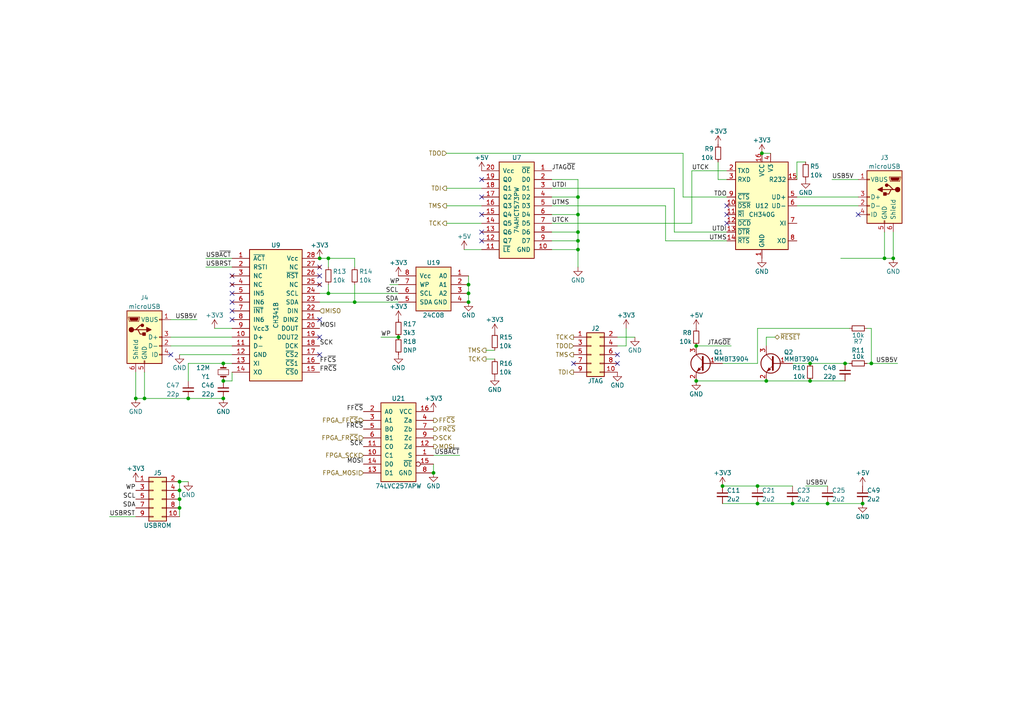
<source format=kicad_sch>
(kicad_sch (version 20230121) (generator eeschema)
  (paper "A4")
  (lib_symbols
    (symbol "Connector:USB_B_Micro" (pin_names (offset 1.016))
      (property "Reference" "J" (at -5.08 11.43 0))
      (property "Value" "USB_B_Micro" (at -5.08 8.89 0))
      (symbol "USB_B_Micro_0_1"
        (rectangle (start -5.08 -7.62) (end 5.08 7.62) (stroke (width 0.254)) (fill (type background)))
        (circle (center -3.81 2.159) (radius 0.635) (stroke (width 0.254)) (fill (type outline)))
        (circle (center -0.635 3.429) (radius 0.381) (stroke (width 0.254)) (fill (type outline)))
        (rectangle (start -0.127 -7.62) (end 0.127 -6.858))
        (polyline (pts (xy -1.905 2.159) (xy 0.635 2.159)) (stroke (width 0.254)))
        (polyline (pts (xy -3.175 2.159) (xy -2.54 2.159) (xy -1.27 3.429) (xy -0.635 3.429)) (stroke (width 0.254)))
        (polyline (pts (xy -2.54 2.159) (xy -1.905 2.159) (xy -1.27 0.889) (xy 0 0.889)) (stroke (width 0.254)))
        (polyline (pts (xy 0.635 2.794) (xy 0.635 1.524) (xy 1.905 2.159) (xy 0.635 2.794)) (stroke (width 0.254)) (fill (type outline)))
        (polyline (pts (xy -4.318 5.588) (xy -1.778 5.588) (xy -2.032 4.826) (xy -4.064 4.826) (xy -4.318 5.588)) (fill (type outline)))
        (polyline (pts (xy -4.699 5.842) (xy -4.699 5.588) (xy -4.445 4.826) (xy -4.445 4.572) (xy -1.651 4.572) (xy -1.651 4.826) (xy -1.397 5.588) (xy -1.397 5.842) (xy -4.699 5.842)))
        (rectangle (start 0.254 1.27) (end -0.508 0.508) (stroke (width 0.254)) (fill (type outline)))
        (rectangle (start 5.08 -5.207) (end 4.318 -4.953))
        (rectangle (start 5.08 -2.667) (end 4.318 -2.413))
        (rectangle (start 5.08 -0.127) (end 4.318 0.127))
        (rectangle (start 5.08 4.953) (end 4.318 5.207))
      )
      (symbol "USB_B_Micro_1_1"
        (pin power_out line (at 7.62 5.08 180) (length 2.54) (name "VBUS") (number "1"))
        (pin bidirectional line (at 7.62 -2.54 180) (length 2.54) (name "D-") (number "2"))
        (pin bidirectional line (at 7.62 0 180) (length 2.54) (name "D+") (number "3"))
        (pin passive line (at 7.62 -5.08 180) (length 2.54) (name "ID") (number "4"))
        (pin power_out line (at 0 -10.16 90) (length 2.54) (name "GND") (number "5"))
        (pin passive line (at -2.54 -10.16 90) (length 2.54) (name "Shield") (number "6"))
      )
    )
    (symbol "Connector_Generic:Conn_02x05_Odd_Even" (pin_names (offset 1.016) hide)
      (property "Reference" "J" (at 1.27 7.62 0))
      (property "Value" "Conn_02x05_Odd_Even" (at 1.27 -7.62 0))
      (symbol "Conn_02x05_Odd_Even_1_1"
        (rectangle (start -1.27 -4.953) (end 0 -5.207) (stroke (width 0.1524)))
        (rectangle (start -1.27 -2.413) (end 0 -2.667) (stroke (width 0.1524)))
        (rectangle (start -1.27 0.127) (end 0 -0.127) (stroke (width 0.1524)))
        (rectangle (start -1.27 2.667) (end 0 2.413) (stroke (width 0.1524)))
        (rectangle (start -1.27 5.207) (end 0 4.953) (stroke (width 0.1524)))
        (rectangle (start -1.27 6.35) (end 3.81 -6.35) (stroke (width 0.254)) (fill (type background)))
        (rectangle (start 3.81 -4.953) (end 2.54 -5.207) (stroke (width 0.1524)))
        (rectangle (start 3.81 -2.413) (end 2.54 -2.667) (stroke (width 0.1524)))
        (rectangle (start 3.81 0.127) (end 2.54 -0.127) (stroke (width 0.1524)))
        (rectangle (start 3.81 2.667) (end 2.54 2.413) (stroke (width 0.1524)))
        (rectangle (start 3.81 5.207) (end 2.54 4.953) (stroke (width 0.1524)))
        (pin passive line (at -5.08 5.08 0) (length 3.81) (name "Pin_1") (number "1"))
        (pin passive line (at 7.62 -5.08 180) (length 3.81) (name "Pin_10") (number "10"))
        (pin passive line (at 7.62 5.08 180) (length 3.81) (name "Pin_2") (number "2"))
        (pin passive line (at -5.08 2.54 0) (length 3.81) (name "Pin_3") (number "3"))
        (pin passive line (at 7.62 2.54 180) (length 3.81) (name "Pin_4") (number "4"))
        (pin passive line (at -5.08 0 0) (length 3.81) (name "Pin_5") (number "5"))
        (pin passive line (at 7.62 0 180) (length 3.81) (name "Pin_6") (number "6"))
        (pin passive line (at -5.08 -2.54 0) (length 3.81) (name "Pin_7") (number "7"))
        (pin passive line (at 7.62 -2.54 180) (length 3.81) (name "Pin_8") (number "8"))
        (pin passive line (at -5.08 -5.08 0) (length 3.81) (name "Pin_9") (number "9"))
      )
    )
    (symbol "Device:C_Small" (pin_numbers hide) (pin_names (offset 0.254) hide)
      (property "Reference" "C" (at 0.254 1.778 0))
      (property "Value" "C_Small" (at 0.254 -2.032 0))
      (symbol "C_Small_0_1"
        (polyline (pts (xy -1.524 -0.508) (xy 1.524 -0.508)) (stroke (width 0.3302)))
        (polyline (pts (xy -1.524 0.508) (xy 1.524 0.508)) (stroke (width 0.3048)))
      )
      (symbol "C_Small_1_1"
        (pin passive line (at 0 2.54 270) (length 2.032) (name "~") (number "1"))
        (pin passive line (at 0 -2.54 90) (length 2.032) (name "~") (number "2"))
      )
    )
    (symbol "Device:Crystal_Small" (pin_numbers hide) (pin_names (offset 1.016) hide)
      (property "Reference" "Y" (at 0 2.54 0))
      (property "Value" "Crystal_Small" (at 0 -2.54 0))
      (symbol "Crystal_Small_0_1"
        (rectangle (start -0.762 -1.524) (end 0.762 1.524))
        (polyline (pts (xy -1.27 -0.762) (xy -1.27 0.762)) (stroke (width 0.381)))
        (polyline (pts (xy 1.27 -0.762) (xy 1.27 0.762)) (stroke (width 0.381)))
      )
      (symbol "Crystal_Small_1_1"
        (pin passive line (at -2.54 0 0) (length 1.27) (name "1") (number "1"))
        (pin passive line (at 2.54 0 180) (length 1.27) (name "2") (number "2"))
      )
    )
    (symbol "Device:R_Small" (pin_numbers hide) (pin_names (offset 0.254) hide)
      (property "Reference" "R" (at 0.762 0.508 0))
      (property "Value" "R_Small" (at 0.762 -1.016 0))
      (symbol "R_Small_0_1"
        (rectangle (start -0.762 1.778) (end 0.762 -1.778) (stroke (width 0.2032)))
      )
      (symbol "R_Small_1_1"
        (pin passive line (at 0 2.54 270) (length 0.762) (name "~") (number "1"))
        (pin passive line (at 0 -2.54 90) (length 0.762) (name "~") (number "2"))
      )
    )
    (symbol "GW_Digital:CH341B" (pin_names (offset 1.016))
      (property "Reference" "U" (at 0 20.32 0))
      (property "Value" "CH341B" (at 0 0 90))
      (symbol "CH341B_0_1"
        (rectangle (start -7.62 19.05) (end 7.62 -19.05) (stroke (width 0.254)) (fill (type background)))
      )
      (symbol "CH341B_1_0"
        (pin output line (at -12.7 16.51 0) (length 5.08) (name "~{ACT}") (number "1"))
        (pin bidirectional line (at -12.7 -6.35 0) (length 5.08) (name "D+") (number "10"))
        (pin bidirectional line (at -12.7 -8.89 0) (length 5.08) (name "D-") (number "11"))
        (pin power_in line (at -12.7 -11.43 0) (length 5.08) (name "GND") (number "12"))
        (pin input line (at -12.7 -13.97 0) (length 5.08) (name "XI") (number "13"))
        (pin output line (at -12.7 -16.51 0) (length 5.08) (name "XO") (number "14"))
        (pin output line (at 12.7 -16.51 180) (length 5.08) (name "~{CS}0") (number "15"))
        (pin output line (at 12.7 -13.97 180) (length 5.08) (name "~{CS}1") (number "16"))
        (pin output line (at 12.7 -11.43 180) (length 5.08) (name "~{CS}2") (number "17"))
        (pin output line (at 12.7 -8.89 180) (length 5.08) (name "DCK") (number "18"))
        (pin output line (at 12.7 -6.35 180) (length 5.08) (name "DOUT2") (number "19"))
        (pin input line (at -12.7 13.97 0) (length 5.08) (name "RSTI") (number "2"))
        (pin output line (at 12.7 -3.81 180) (length 5.08) (name "DOUT") (number "20"))
        (pin output line (at 12.7 -1.27 180) (length 5.08) (name "DIN2") (number "21"))
        (pin output line (at 12.7 1.27 180) (length 5.08) (name "DIN") (number "22"))
        (pin input line (at 12.7 3.81 180) (length 5.08) (name "SDA") (number "23"))
        (pin input line (at 12.7 6.35 180) (length 5.08) (name "SCL") (number "24"))
        (pin no_connect line (at 12.7 8.89 180) (length 5.08) (name "NC") (number "25"))
        (pin output line (at 12.7 11.43 180) (length 5.08) (name "~{RST}") (number "26"))
        (pin no_connect line (at 12.7 13.97 180) (length 5.08) (name "NC") (number "27"))
        (pin power_in line (at 12.7 16.51 180) (length 5.08) (name "Vcc") (number "28"))
        (pin no_connect line (at -12.7 11.43 0) (length 5.08) (name "NC") (number "3"))
        (pin no_connect line (at -12.7 8.89 0) (length 5.08) (name "NC") (number "4"))
        (pin input line (at -12.7 6.35 0) (length 5.08) (name "IN5") (number "5"))
        (pin input line (at -12.7 3.81 0) (length 5.08) (name "IN6") (number "6"))
        (pin input line (at -12.7 1.27 0) (length 5.08) (name "~{INT}") (number "7"))
        (pin input line (at -12.7 -1.27 0) (length 5.08) (name "IN6") (number "8"))
        (pin power_in line (at -12.7 -3.81 0) (length 5.08) (name "Vcc3") (number "9"))
      )
    )
    (symbol "GW_Logic:74257" (pin_names (offset 1.016))
      (property "Reference" "U" (at -7.62 12.7 0))
      (property "Value" "74257" (at 0 0 90))
      (symbol "74257_1_0"
        (pin input line (at 10.16 -3.81 180) (length 5.08) (name "S") (number "1"))
        (pin input line (at -10.16 -3.81 0) (length 5.08) (name "C1") (number "10"))
        (pin input line (at -10.16 -1.27 0) (length 5.08) (name "C0") (number "11"))
        (pin output line (at 10.16 -1.27 180) (length 5.08) (name "Zd") (number "12"))
        (pin input line (at -10.16 -8.89 0) (length 5.08) (name "D1") (number "13"))
        (pin input line (at -10.16 -6.35 0) (length 5.08) (name "D0") (number "14"))
        (pin input inverted (at 10.16 -6.35 180) (length 5.08) (name "~{OE}") (number "15"))
        (pin power_in line (at 10.16 8.89 180) (length 5.08) (name "VCC") (number "16"))
        (pin input line (at -10.16 8.89 0) (length 5.08) (name "A0") (number "2"))
        (pin input line (at -10.16 6.35 0) (length 5.08) (name "A1") (number "3"))
        (pin output line (at 10.16 6.35 180) (length 5.08) (name "Za") (number "4"))
        (pin input line (at -10.16 3.81 0) (length 5.08) (name "B0") (number "5"))
        (pin input line (at -10.16 1.27 0) (length 5.08) (name "B1") (number "6"))
        (pin output line (at 10.16 3.81 180) (length 5.08) (name "Zb") (number "7"))
        (pin power_in line (at 10.16 -8.89 180) (length 5.08) (name "GND") (number "8"))
        (pin output line (at 10.16 1.27 180) (length 5.08) (name "Zc") (number "9"))
      )
      (symbol "74257_1_1"
        (rectangle (start -5.08 11.43) (end 5.08 -11.43) (stroke (width 0.254)) (fill (type background)))
      )
    )
    (symbol "GW_Logic:74573" (pin_names (offset 1.016))
      (property "Reference" "U" (at 0 15.24 0))
      (property "Value" "74573" (at 0 -15.24 0))
      (symbol "74573_0_1"
        (rectangle (start -5.08 13.97) (end 5.08 -13.97) (stroke (width 0.254)) (fill (type background)))
      )
      (symbol "74573_1_1"
        (pin input line (at -10.16 11.43 0) (length 5.08) (name "~{OE}") (number "1"))
        (pin power_in line (at -10.16 -11.43 0) (length 5.08) (name "GND") (number "10"))
        (pin input line (at 10.16 -11.43 180) (length 5.08) (name "~{LE}") (number "11"))
        (pin tri_state line (at 10.16 -8.89 180) (length 5.08) (name "Q7") (number "12"))
        (pin tri_state line (at 10.16 -6.35 180) (length 5.08) (name "Q6") (number "13"))
        (pin tri_state line (at 10.16 -3.81 180) (length 5.08) (name "Q5") (number "14"))
        (pin tri_state line (at 10.16 -1.27 180) (length 5.08) (name "Q4") (number "15"))
        (pin tri_state line (at 10.16 1.27 180) (length 5.08) (name "Q3") (number "16"))
        (pin tri_state line (at 10.16 3.81 180) (length 5.08) (name "Q2") (number "17"))
        (pin tri_state line (at 10.16 6.35 180) (length 5.08) (name "Q1") (number "18"))
        (pin tri_state line (at 10.16 8.89 180) (length 5.08) (name "Q0") (number "19"))
        (pin input line (at -10.16 8.89 0) (length 5.08) (name "D0") (number "2"))
        (pin power_in line (at 10.16 11.43 180) (length 5.08) (name "Vcc") (number "20"))
        (pin input line (at -10.16 6.35 0) (length 5.08) (name "D1") (number "3"))
        (pin input line (at -10.16 3.81 0) (length 5.08) (name "D2") (number "4"))
        (pin input line (at -10.16 1.27 0) (length 5.08) (name "D3") (number "5"))
        (pin input line (at -10.16 -1.27 0) (length 5.08) (name "D4") (number "6"))
        (pin input line (at -10.16 -3.81 0) (length 5.08) (name "D5") (number "7"))
        (pin input line (at -10.16 -6.35 0) (length 5.08) (name "D6") (number "8"))
        (pin input line (at -10.16 -8.89 0) (length 5.08) (name "D7") (number "9"))
      )
    )
    (symbol "GW_RAM:I2CEEPROM-SO-8" (pin_names (offset 1.016))
      (property "Reference" "U" (at 0 7.62 0))
      (property "Value" "I2CEEPROM-SO-8" (at 0 -7.62 0))
      (symbol "I2CEEPROM-SO-8_0_1"
        (rectangle (start -5.08 6.35) (end 5.08 -6.35) (stroke (width 0.254)) (fill (type background)))
      )
      (symbol "I2CEEPROM-SO-8_1_1"
        (pin input line (at -10.16 3.81 0) (length 5.08) (name "A0") (number "1"))
        (pin input line (at -10.16 1.27 0) (length 5.08) (name "A1") (number "2"))
        (pin input line (at -10.16 -1.27 0) (length 5.08) (name "A2") (number "3"))
        (pin power_in line (at -10.16 -3.81 0) (length 5.08) (name "GND") (number "4"))
        (pin open_collector line (at 10.16 -3.81 180) (length 5.08) (name "SDA") (number "5"))
        (pin input line (at 10.16 -1.27 180) (length 5.08) (name "SCL") (number "6"))
        (pin input line (at 10.16 1.27 180) (length 5.08) (name "WP") (number "7"))
        (pin power_in line (at 10.16 3.81 180) (length 5.08) (name "Vcc") (number "8"))
      )
    )
    (symbol "Interface_USB:CH340G"
      (property "Reference" "U" (at -5.08 13.97 0))
      (property "Value" "CH340G" (at 1.27 13.97 0))
      (symbol "CH340G_0_1"
        (rectangle (start -7.62 12.7) (end 7.62 -12.7) (stroke (width 0.254)) (fill (type background)))
      )
      (symbol "CH340G_1_1"
        (pin power_in line (at 0 -15.24 90) (length 2.54) (name "GND") (number "1"))
        (pin input line (at 10.16 0 180) (length 2.54) (name "~{DSR}") (number "10"))
        (pin input line (at 10.16 -2.54 180) (length 2.54) (name "~{RI}") (number "11"))
        (pin input line (at 10.16 -5.08 180) (length 2.54) (name "~{DCD}") (number "12"))
        (pin output line (at 10.16 -7.62 180) (length 2.54) (name "~{DTR}") (number "13"))
        (pin output line (at 10.16 -10.16 180) (length 2.54) (name "~{RTS}") (number "14"))
        (pin input line (at -10.16 7.62 0) (length 2.54) (name "R232") (number "15"))
        (pin power_in line (at 0 15.24 270) (length 2.54) (name "VCC") (number "16"))
        (pin output line (at 10.16 10.16 180) (length 2.54) (name "TXD") (number "2"))
        (pin input line (at 10.16 7.62 180) (length 2.54) (name "RXD") (number "3"))
        (pin passive line (at -2.54 15.24 270) (length 2.54) (name "V3") (number "4"))
        (pin bidirectional line (at -10.16 2.54 0) (length 2.54) (name "UD+") (number "5"))
        (pin bidirectional line (at -10.16 0 0) (length 2.54) (name "UD-") (number "6"))
        (pin input line (at -10.16 -5.08 0) (length 2.54) (name "XI") (number "7"))
        (pin output line (at -10.16 -10.16 0) (length 2.54) (name "XO") (number "8"))
        (pin input line (at 10.16 2.54 180) (length 2.54) (name "~{CTS}") (number "9"))
      )
    )
    (symbol "Transistor_BJT:MMBT3904" (pin_names (offset 0) hide)
      (property "Reference" "Q" (at 5.08 1.905 0))
      (property "Value" "MMBT3904" (at 5.08 0 0))
      (symbol "MMBT3904_0_1"
        (polyline (pts (xy 0.635 0.635) (xy 2.54 2.54)))
        (polyline (pts (xy 0.635 -0.635) (xy 2.54 -2.54) (xy 2.54 -2.54)))
        (polyline (pts (xy 0.635 1.905) (xy 0.635 -1.905) (xy 0.635 -1.905)) (stroke (width 0.508)))
        (polyline (pts (xy 1.27 -1.778) (xy 1.778 -1.27) (xy 2.286 -2.286) (xy 1.27 -1.778) (xy 1.27 -1.778)) (fill (type outline)))
        (circle (center 1.27 0) (radius 2.8194) (stroke (width 0.254)))
      )
      (symbol "MMBT3904_1_1"
        (pin input line (at -5.08 0 0) (length 5.715) (name "B") (number "1"))
        (pin passive line (at 2.54 -5.08 90) (length 2.54) (name "E") (number "2"))
        (pin passive line (at 2.54 5.08 270) (length 2.54) (name "C") (number "3"))
      )
    )
    (symbol "power:+3V3" (power) (pin_names (offset 0))
      (property "Value" "+3V3" (at 0 3.556 0))
      (symbol "+3V3_0_1"
        (polyline (pts (xy -0.762 1.27) (xy 0 2.54)))
        (polyline (pts (xy 0 0) (xy 0 2.54)))
        (polyline (pts (xy 0 2.54) (xy 0.762 1.27)))
      )
      (symbol "+3V3_1_1"
        (pin power_in line (at 0 0 90) (length 0) hide (name "+3V3") (number "1"))
      )
    )
    (symbol "power:+5V" (power) (pin_names (offset 0))
      (property "Value" "+5V" (at 0 3.556 0))
      (symbol "+5V_0_1"
        (polyline (pts (xy -0.762 1.27) (xy 0 2.54)))
        (polyline (pts (xy 0 0) (xy 0 2.54)))
        (polyline (pts (xy 0 2.54) (xy 0.762 1.27)))
      )
      (symbol "+5V_1_1"
        (pin power_in line (at 0 0 90) (length 0) hide (name "+5V") (number "1"))
      )
    )
    (symbol "power:GND" (power) (pin_names (offset 0))
      (property "Value" "GND" (at 0 -3.81 0))
      (symbol "GND_0_1"
        (polyline (pts (xy 0 0) (xy 0 -1.27) (xy 1.27 -1.27) (xy 0 -2.54) (xy -1.27 -1.27) (xy 0 -1.27)))
      )
      (symbol "GND_1_1"
        (pin power_in line (at 0 0 270) (length 0) hide (name "GND") (number "1"))
      )
    )
  )
  (junction (at 95.25 74.93))
  (junction (at 115.57 97.79))
  (junction (at 135.89 82.55))
  (junction (at 102.87 87.63))
  (junction (at 52.07 139.7))
  (junction (at 220.98 44.45))
  (junction (at 259.08 74.93))
  (junction (at 222.25 110.49))
  (junction (at 229.87 146.05))
  (junction (at 52.07 142.24))
  (junction (at 39.37 115.57))
  (junction (at 250.19 146.05))
  (junction (at 167.64 62.23))
  (junction (at 64.77 110.49))
  (junction (at 167.64 67.31))
  (junction (at 167.64 57.15))
  (junction (at 64.77 105.41))
  (junction (at 209.55 140.97))
  (junction (at 167.64 72.39))
  (junction (at 54.61 115.57))
  (junction (at 252.73 105.41))
  (junction (at 92.71 74.93))
  (junction (at 201.93 110.49))
  (junction (at 201.93 100.33))
  (junction (at 95.25 85.09))
  (junction (at 234.95 105.41))
  (junction (at 41.91 115.57))
  (junction (at 234.95 110.49))
  (junction (at 240.03 146.05))
  (junction (at 125.73 137.16))
  (junction (at 64.77 115.57))
  (junction (at 135.89 85.09))
  (junction (at 52.07 144.78))
  (junction (at 52.07 147.32))
  (junction (at 219.71 146.05))
  (junction (at 245.11 105.41))
  (junction (at 256.54 74.93))
  (junction (at 135.89 87.63))
  (junction (at 219.71 140.97))
  (junction (at 167.64 69.85))
  (no_connect (at 139.7 52.07))
  (no_connect (at 67.31 85.09))
  (no_connect (at 139.7 57.15))
  (no_connect (at 67.31 87.63))
  (no_connect (at 210.82 64.77))
  (no_connect (at 92.71 102.87))
  (no_connect (at 210.82 62.23))
  (no_connect (at 210.82 59.69))
  (no_connect (at 179.07 105.41))
  (no_connect (at 139.7 69.85))
  (no_connect (at 92.71 92.71))
  (no_connect (at 92.71 82.55))
  (no_connect (at 67.31 80.01))
  (no_connect (at 92.71 97.79))
  (no_connect (at 248.92 62.23))
  (no_connect (at 67.31 90.17))
  (no_connect (at 67.31 92.71))
  (no_connect (at 166.37 105.41))
  (no_connect (at 179.07 102.87))
  (no_connect (at 49.53 102.87))
  (no_connect (at 139.7 62.23))
  (no_connect (at 92.71 80.01))
  (no_connect (at 67.31 82.55))
  (no_connect (at 139.7 67.31))
  (no_connect (at 92.71 77.47))
  (wire (pts (xy 219.71 95.25) (xy 246.38 95.25)))
  (wire (pts (xy 95.25 74.93) (xy 102.87 74.93)))
  (wire (pts (xy 92.71 85.09) (xy 95.25 85.09)))
  (wire (pts (xy 41.91 107.95) (xy 41.91 115.57)))
  (wire (pts (xy 234.95 105.41) (xy 245.11 105.41)))
  (wire (pts (xy 160.02 69.85) (xy 167.64 69.85)))
  (wire (pts (xy 64.77 105.41) (xy 67.31 105.41)))
  (wire (pts (xy 52.07 139.7) (xy 54.61 139.7)))
  (wire (pts (xy 52.07 144.78) (xy 52.07 142.24)))
  (wire (pts (xy 135.89 85.09) (xy 135.89 87.63)))
  (wire (pts (xy 54.61 105.41) (xy 54.61 110.49)))
  (wire (pts (xy 179.07 97.79) (xy 184.15 97.79)))
  (wire (pts (xy 167.64 72.39) (xy 167.64 77.47)))
  (wire (pts (xy 139.7 64.77) (xy 129.54 64.77)))
  (wire (pts (xy 222.25 97.79) (xy 222.25 100.33)))
  (wire (pts (xy 160.02 72.39) (xy 167.64 72.39)))
  (wire (pts (xy 231.14 59.69) (xy 248.92 59.69)))
  (wire (pts (xy 219.71 105.41) (xy 209.55 105.41)))
  (wire (pts (xy 252.73 95.25) (xy 252.73 105.41)))
  (wire (pts (xy 67.31 110.49) (xy 64.77 110.49)))
  (wire (pts (xy 135.89 82.55) (xy 135.89 85.09)))
  (wire (pts (xy 167.64 62.23) (xy 167.64 57.15)))
  (wire (pts (xy 59.69 74.93) (xy 67.31 74.93)))
  (wire (pts (xy 64.77 115.57) (xy 54.61 115.57)))
  (wire (pts (xy 209.55 140.97) (xy 219.71 140.97)))
  (wire (pts (xy 229.87 140.97) (xy 219.71 140.97)))
  (wire (pts (xy 54.61 105.41) (xy 64.77 105.41)))
  (wire (pts (xy 198.12 44.45) (xy 198.12 57.15)))
  (wire (pts (xy 167.64 52.07) (xy 160.02 52.07)))
  (wire (pts (xy 92.71 87.63) (xy 102.87 87.63)))
  (wire (pts (xy 139.7 59.69) (xy 129.54 59.69)))
  (wire (pts (xy 179.07 100.33) (xy 181.61 100.33)))
  (wire (pts (xy 229.87 105.41) (xy 234.95 105.41)))
  (wire (pts (xy 143.51 101.6) (xy 140.97 101.6)))
  (wire (pts (xy 210.82 69.85) (xy 193.04 69.85)))
  (wire (pts (xy 200.66 64.77) (xy 200.66 49.53)))
  (wire (pts (xy 222.25 110.49) (xy 234.95 110.49)))
  (wire (pts (xy 181.61 100.33) (xy 181.61 95.25)))
  (wire (pts (xy 95.25 74.93) (xy 95.25 77.47)))
  (wire (pts (xy 95.25 85.09) (xy 115.57 85.09)))
  (wire (pts (xy 102.87 82.55) (xy 102.87 87.63)))
  (wire (pts (xy 201.93 100.33) (xy 212.09 100.33)))
  (wire (pts (xy 102.87 74.93) (xy 102.87 77.47)))
  (wire (pts (xy 125.73 132.08) (xy 133.35 132.08)))
  (wire (pts (xy 259.08 67.31) (xy 259.08 74.93)))
  (wire (pts (xy 251.46 95.25) (xy 252.73 95.25)))
  (wire (pts (xy 240.03 140.97) (xy 233.68 140.97)))
  (wire (pts (xy 195.58 54.61) (xy 195.58 67.31)))
  (wire (pts (xy 167.64 57.15) (xy 167.64 52.07)))
  (wire (pts (xy 195.58 67.31) (xy 210.82 67.31)))
  (wire (pts (xy 140.97 104.14) (xy 143.51 104.14)))
  (wire (pts (xy 219.71 146.05) (xy 229.87 146.05)))
  (wire (pts (xy 139.7 54.61) (xy 129.54 54.61)))
  (wire (pts (xy 160.02 64.77) (xy 200.66 64.77)))
  (wire (pts (xy 110.49 97.79) (xy 115.57 97.79)))
  (wire (pts (xy 256.54 67.31) (xy 256.54 74.93)))
  (wire (pts (xy 251.46 105.41) (xy 252.73 105.41)))
  (wire (pts (xy 243.84 74.93) (xy 256.54 74.93)))
  (wire (pts (xy 92.71 74.93) (xy 95.25 74.93)))
  (wire (pts (xy 113.03 82.55) (xy 115.57 82.55)))
  (wire (pts (xy 102.87 87.63) (xy 115.57 87.63)))
  (wire (pts (xy 167.64 67.31) (xy 167.64 62.23)))
  (wire (pts (xy 52.07 102.87) (xy 67.31 102.87)))
  (wire (pts (xy 259.08 74.93) (xy 256.54 74.93)))
  (wire (pts (xy 219.71 146.05) (xy 209.55 146.05)))
  (wire (pts (xy 67.31 107.95) (xy 67.31 110.49)))
  (wire (pts (xy 241.3 52.07) (xy 248.92 52.07)))
  (wire (pts (xy 223.52 44.45) (xy 220.98 44.45)))
  (wire (pts (xy 39.37 115.57) (xy 41.91 115.57)))
  (wire (pts (xy 160.02 54.61) (xy 195.58 54.61)))
  (wire (pts (xy 201.93 110.49) (xy 222.25 110.49)))
  (wire (pts (xy 160.02 59.69) (xy 193.04 59.69)))
  (wire (pts (xy 193.04 59.69) (xy 193.04 69.85)))
  (wire (pts (xy 198.12 57.15) (xy 210.82 57.15)))
  (wire (pts (xy 245.11 105.41) (xy 246.38 105.41)))
  (wire (pts (xy 229.87 146.05) (xy 240.03 146.05)))
  (wire (pts (xy 129.54 44.45) (xy 198.12 44.45)))
  (wire (pts (xy 52.07 147.32) (xy 52.07 149.86)))
  (wire (pts (xy 231.14 52.07) (xy 231.14 46.99)))
  (wire (pts (xy 57.15 92.71) (xy 49.53 92.71)))
  (wire (pts (xy 234.95 110.49) (xy 245.11 110.49)))
  (wire (pts (xy 59.69 77.47) (xy 67.31 77.47)))
  (wire (pts (xy 160.02 62.23) (xy 167.64 62.23)))
  (wire (pts (xy 252.73 105.41) (xy 260.35 105.41)))
  (wire (pts (xy 49.53 97.79) (xy 67.31 97.79)))
  (wire (pts (xy 240.03 146.05) (xy 250.19 146.05)))
  (wire (pts (xy 67.31 100.33) (xy 49.53 100.33)))
  (wire (pts (xy 125.73 134.62) (xy 125.73 137.16)))
  (wire (pts (xy 248.92 57.15) (xy 231.14 57.15)))
  (wire (pts (xy 95.25 82.55) (xy 95.25 85.09)))
  (wire (pts (xy 208.28 46.99) (xy 208.28 52.07)))
  (wire (pts (xy 135.89 80.01) (xy 135.89 82.55)))
  (wire (pts (xy 31.75 149.86) (xy 39.37 149.86)))
  (wire (pts (xy 231.14 46.99) (xy 233.68 46.99)))
  (wire (pts (xy 224.79 97.79) (xy 222.25 97.79)))
  (wire (pts (xy 39.37 107.95) (xy 39.37 115.57)))
  (wire (pts (xy 167.64 69.85) (xy 167.64 67.31)))
  (wire (pts (xy 160.02 57.15) (xy 167.64 57.15)))
  (wire (pts (xy 167.64 69.85) (xy 167.64 72.39)))
  (wire (pts (xy 134.62 72.39) (xy 139.7 72.39)))
  (wire (pts (xy 208.28 52.07) (xy 210.82 52.07)))
  (wire (pts (xy 219.71 95.25) (xy 219.71 105.41)))
  (wire (pts (xy 52.07 144.78) (xy 52.07 147.32)))
  (wire (pts (xy 62.23 95.25) (xy 67.31 95.25)))
  (wire (pts (xy 52.07 142.24) (xy 52.07 139.7)))
  (wire (pts (xy 54.61 115.57) (xy 41.91 115.57)))
  (wire (pts (xy 167.64 67.31) (xy 160.02 67.31)))
  (wire (pts (xy 210.82 49.53) (xy 200.66 49.53)))
  (label "USB5V" (at 260.35 105.41 180))
  (label "SCK" (at 92.71 100.33 0))
  (label "SDA" (at 39.37 147.32 180))
  (label "UTDI" (at 160.02 54.61 0))
  (label "JTAG~{OE}" (at 160.02 49.53 0))
  (label "UTMS" (at 160.02 59.69 0))
  (label "USB5V" (at 241.3 52.07 0))
  (label "UTMS" (at 210.82 69.85 180))
  (label "JTAG~{OE}" (at 212.09 100.33 180))
  (label "TDO" (at 210.82 57.15 180))
  (label "SCK" (at 105.41 129.54 180))
  (label "USB~{ACT}" (at 133.35 132.08 180))
  (label "MOSI" (at 105.41 134.62 180))
  (label "MOSI" (at 92.71 95.25 0))
  (label "FF~{CS}" (at 105.41 119.38 180))
  (label "FR~{CS}" (at 92.71 107.95 0))
  (label "UTDI" (at 210.82 67.31 180))
  (label "UTCK" (at 160.02 64.77 0))
  (label "UTCK" (at 200.66 49.53 0))
  (label "WP" (at 39.37 142.24 180))
  (label "FF~{CS}" (at 92.71 105.41 0))
  (label "USB5V" (at 57.15 92.71 180))
  (label "SCL" (at 39.37 144.78 180))
  (label "USB5V" (at 233.68 140.97 0))
  (label "USBRST" (at 59.69 77.47 0))
  (label "WP" (at 110.49 97.79 0))
  (label "WP" (at 113.03 82.55 0))
  (label "SCL" (at 115.57 85.09 180))
  (label "USB~{ACT}" (at 59.69 74.93 0))
  (label "USBRST" (at 31.75 149.86 0))
  (label "SDA" (at 115.57 87.63 180))
  (label "FR~{CS}" (at 105.41 124.46 180))
  (hierarchical_label "FPGA_MOSI" (shape input) (at 105.41 137.16 180))
  (hierarchical_label "TCK" (shape output) (at 166.37 97.79 180))
  (hierarchical_label "TCK" (shape output) (at 140.97 104.14 180))
  (hierarchical_label "TMS" (shape output) (at 140.97 101.6 180))
  (hierarchical_label "~{RESET}" (shape tri_state) (at 224.79 97.79 0))
  (hierarchical_label "SCK" (shape output) (at 125.73 127 0))
  (hierarchical_label "FPGA_FF~{CS}" (shape input) (at 105.41 121.92 180))
  (hierarchical_label "FF~{CS}" (shape output) (at 125.73 121.92 0))
  (hierarchical_label "TDI" (shape output) (at 166.37 107.95 180))
  (hierarchical_label "TMS" (shape output) (at 166.37 102.87 180))
  (hierarchical_label "FR~{CS}" (shape output) (at 125.73 124.46 0))
  (hierarchical_label "TCK" (shape output) (at 129.54 64.77 180))
  (hierarchical_label "TMS" (shape output) (at 129.54 59.69 180))
  (hierarchical_label "FPGA_SCK" (shape input) (at 105.41 132.08 180))
  (hierarchical_label "MISO" (shape input) (at 92.71 90.17 0))
  (hierarchical_label "TDI" (shape output) (at 129.54 54.61 180))
  (hierarchical_label "TDO" (shape input) (at 166.37 100.33 180))
  (hierarchical_label "TDO" (shape input) (at 129.54 44.45 180))
  (hierarchical_label "MOSI" (shape output) (at 125.73 129.54 0))
  (hierarchical_label "FPGA_FR~{CS}" (shape input) (at 105.41 127 180))
  (symbol (lib_id "Device:Crystal_Small") (at 64.77 107.95 90) (unit 1)
    (property "Reference" "Y1" (at 60.96 109.22 90) (effects (justify left)))
    (property "Value" "12M" (at 60.96 106.68 90) (effects (justify left)))
    (property "Footprint" "stdpads:Crystal_HC49-SMD" (effects hide))
    (property "LCSC Part" "C111117" (effects hide))
  )
  (symbol (lib_id "Connector_Generic:Conn_02x05_Odd_Even") (at 171.45 102.87 0) (unit 1)
    (property "Reference" "J2" (at 172.72 95.25 0))
    (property "Value" "JTAG" (at 172.72 110.49 0))
    (property "Footprint" "Connector:Tag-Connect_TC2050-IDC-FP_2x05_P1.27mm_Vertical" (effects hide))
  )
  (symbol (lib_id "power:+3V3") (at 181.61 95.25 0) (unit 1)
    (property "Reference" "#PWR0128" (effects hide))
    (property "Value" "+3V3" (at 181.61 91.44 0))
  )
  (symbol (lib_id "Interface_USB:CH340G") (at 220.98 59.69 0) (mirror y) (unit 1)
    (property "Reference" "U12" (at 220.98 59.69 0))
    (property "Value" "CH340G" (at 220.98 62.23 0))
    (property "Footprint" "stdpads:SOIC-16_3.9mm" (effects hide))
    (property "Datasheet" "http://www.datasheet5.com/pdf-local-2195953" (effects hide))
    (property "LCSC Part" "C14267" (effects hide))
  )
  (symbol (lib_id "power:GND") (at 233.68 52.07 0) (mirror y) (unit 1)
    (property "Reference" "#PWR0164" (effects hide))
    (property "Value" "GND" (at 233.68 55.88 0))
  )
  (symbol (lib_id "power:+3V3") (at 209.55 140.97 0) (unit 1)
    (property "Reference" "#PWR0202" (effects hide))
    (property "Value" "+3V3" (at 209.55 137.16 0))
  )
  (symbol (lib_id "Device:C_Small") (at 209.55 143.51 0) (unit 1)
    (property "Reference" "C11" (at 210.82 142.24 0) (effects (justify left)))
    (property "Value" "2u2" (at 210.82 144.78 0) (effects (justify left)))
    (property "Footprint" "stdpads:C_0603" (effects hide))
    (property "LCSC Part" "C23630" (effects hide))
  )
  (symbol (lib_id "Device:C_Small") (at 219.71 143.51 0) (unit 1)
    (property "Reference" "C21" (at 220.98 142.24 0) (effects (justify left)))
    (property "Value" "2u2" (at 220.98 144.78 0) (effects (justify left)))
    (property "Footprint" "stdpads:C_0603" (effects hide))
    (property "LCSC Part" "C23630" (effects hide))
  )
  (symbol (lib_id "Device:C_Small") (at 229.87 143.51 0) (unit 1)
    (property "Reference" "C23" (at 231.14 142.24 0) (effects (justify left)))
    (property "Value" "2u2" (at 231.14 144.78 0) (effects (justify left)))
    (property "Footprint" "stdpads:C_0603" (effects hide))
    (property "LCSC Part" "C23630" (effects hide))
  )
  (symbol (lib_id "Device:C_Small") (at 240.03 143.51 0) (unit 1)
    (property "Reference" "C25" (at 241.3 142.24 0) (effects (justify left)))
    (property "Value" "2u2" (at 241.3 144.78 0) (effects (justify left)))
    (property "Footprint" "stdpads:C_0603" (effects hide))
    (property "LCSC Part" "C23630" (effects hide))
  )
  (symbol (lib_id "power:GND") (at 259.08 74.93 0) (mirror y) (unit 1)
    (property "Reference" "#PWR0165" (effects hide))
    (property "Value" "GND" (at 259.08 78.74 0))
  )
  (symbol (lib_id "power:GND") (at 179.07 107.95 0) (unit 1)
    (property "Reference" "#PWR0127" (effects hide))
    (property "Value" "GND" (at 179.07 111.76 0))
  )
  (symbol (lib_id "Device:C_Small") (at 64.77 113.03 0) (mirror y) (unit 1)
    (property "Reference" "C46" (at 62.23 111.76 0) (effects (justify left)))
    (property "Value" "22p" (at 62.23 114.3 0) (effects (justify left)))
    (property "Footprint" "stdpads:C_0603" (effects hide))
    (property "LCSC Part" "C1653" (effects hide))
  )
  (symbol (lib_id "Device:C_Small") (at 54.61 113.03 0) (mirror y) (unit 1)
    (property "Reference" "C47" (at 52.07 111.76 0) (effects (justify left)))
    (property "Value" "22p" (at 52.07 114.3 0) (effects (justify left)))
    (property "Footprint" "stdpads:C_0603" (effects hide))
    (property "LCSC Part" "C1653" (effects hide))
  )
  (symbol (lib_id "Connector:USB_B_Micro") (at 256.54 57.15 0) (mirror y) (unit 1)
    (property "Reference" "J3" (at 256.54 45.72 0))
    (property "Value" "microUSB" (at 256.54 48.26 0))
    (property "Footprint" "stdpads:USB_Micro-B_ShouHan_MicroXNJ" (effects hide))
    (property "LCSC Part" "C404969" (effects hide))
  )
  (symbol (lib_id "power:GND") (at 184.15 97.79 0) (unit 1)
    (property "Reference" "#PWR0204" (effects hide))
    (property "Value" "GND" (at 184.15 101.6 0))
  )
  (symbol (lib_id "power:+3V3") (at 208.28 41.91 0) (unit 1)
    (property "Reference" "#PWR0185" (effects hide))
    (property "Value" "+3V3" (at 208.28 38.1 0))
  )
  (symbol (lib_id "GW_Logic:74573") (at 149.86 60.96 0) (mirror y) (unit 1)
    (property "Reference" "U7" (at 149.86 45.72 0))
    (property "Value" "74AHCT573PW" (at 149.86 60.96 90))
    (property "Footprint" "stdpads:TSSOP-20_4.4x6.5mm_P0.65mm" (effects hide))
    (property "LCSC Part" "C141311" (effects hide))
  )
  (symbol (lib_id "Transistor_BJT:MMBT3904") (at 224.79 105.41 0) (mirror y) (unit 1)
    (property "Reference" "Q2" (at 227.33 102.87 0) (effects (justify right bottom)))
    (property "Value" "MMBT3904" (at 227.33 104.14 0) (effects (justify right)))
    (property "Footprint" "stdpads:SOT-23" (effects hide))
    (property "Datasheet" "https://www.onsemi.com/pub/Collateral/2N3903-D.PDF" (effects hide))
    (property "LCSC Part" "C20526" (effects hide))
  )
  (symbol (lib_id "Device:R_Small") (at 248.92 105.41 90) (mirror x) (unit 1)
    (property "Reference" "R11" (at 248.92 101.6 90))
    (property "Value" "10k" (at 248.92 104.14 90) (effects (justify bottom)))
    (property "Footprint" "stdpads:R_0603" (effects hide))
    (property "LCSC Part" "C25804" (effects hide))
  )
  (symbol (lib_id "Device:C_Small") (at 245.11 107.95 0) (mirror y) (unit 1)
    (property "Reference" "C48" (at 242.57 106.68 0) (effects (justify left)))
    (property "Value" "22p" (at 242.57 109.22 0) (effects (justify left)))
    (property "Footprint" "stdpads:C_0603" (effects hide))
    (property "LCSC Part" "C1653" (effects hide))
  )
  (symbol (lib_id "power:GND") (at 201.93 110.49 0) (unit 1)
    (property "Reference" "#PWR0196" (effects hide))
    (property "Value" "GND" (at 201.93 114.3 0))
  )
  (symbol (lib_id "Transistor_BJT:MMBT3904") (at 204.47 105.41 0) (mirror y) (unit 1)
    (property "Reference" "Q1" (at 207.01 102.87 0) (effects (justify right bottom)))
    (property "Value" "MMBT3904" (at 207.01 104.14 0) (effects (justify right)))
    (property "Footprint" "stdpads:SOT-23" (effects hide))
    (property "Datasheet" "https://www.onsemi.com/pub/Collateral/2N3903-D.PDF" (effects hide))
    (property "LCSC Part" "C20526" (effects hide))
  )
  (symbol (lib_id "power:GND") (at 167.64 77.47 0) (mirror y) (unit 1)
    (property "Reference" "#PWR0172" (effects hide))
    (property "Value" "GND" (at 167.64 81.28 0))
  )
  (symbol (lib_id "power:+5V") (at 139.7 49.53 0) (unit 1)
    (property "Reference" "#PWR0197" (effects hide))
    (property "Value" "+5V" (at 139.7 45.72 0))
  )
  (symbol (lib_id "power:+5V") (at 201.93 95.25 0) (mirror y) (unit 1)
    (property "Reference" "#PWR0198" (effects hide))
    (property "Value" "+5V" (at 201.93 91.44 0))
  )
  (symbol (lib_id "power:GND") (at 250.19 146.05 0) (mirror y) (unit 1)
    (property "Reference" "#PWR0199" (effects hide))
    (property "Value" "GND" (at 250.19 149.86 0))
  )
  (symbol (lib_id "Device:C_Small") (at 250.19 143.51 0) (unit 1)
    (property "Reference" "C49" (at 251.46 142.24 0) (effects (justify left)))
    (property "Value" "2u2" (at 251.46 144.78 0) (effects (justify left)))
    (property "Footprint" "stdpads:C_0603" (effects hide))
    (property "LCSC Part" "C23630" (effects hide))
  )
  (symbol (lib_id "power:+5V") (at 250.19 140.97 0) (unit 1)
    (property "Reference" "#PWR0150" (effects hide))
    (property "Value" "+5V" (at 250.19 137.16 0))
  )
  (symbol (lib_id "power:GND") (at 220.98 74.93 0) (mirror y) (unit 1)
    (property "Reference" "#PWR0162" (effects hide))
    (property "Value" "GND" (at 220.98 78.74 0))
  )
  (symbol (lib_id "power:+3V3") (at 220.98 44.45 0) (mirror y) (unit 1)
    (property "Reference" "#PWR0140" (effects hide))
    (property "Value" "+3V3" (at 220.98 40.64 0))
  )
  (symbol (lib_id "Device:R_Small") (at 143.51 106.68 0) (mirror y) (unit 1)
    (property "Reference" "R16" (at 144.78 105.41 0) (effects (justify right)))
    (property "Value" "10k" (at 144.78 107.95 0) (effects (justify right)))
    (property "Footprint" "stdpads:R_0603" (effects hide))
    (property "LCSC Part" "C25804" (effects hide))
  )
  (symbol (lib_id "Device:R_Small") (at 143.51 99.06 0) (mirror y) (unit 1)
    (property "Reference" "R15" (at 144.78 97.79 0) (effects (justify right)))
    (property "Value" "10k" (at 144.78 100.33 0) (effects (justify right)))
    (property "Footprint" "stdpads:R_0603" (effects hide))
    (property "LCSC Part" "C25804" (effects hide))
  )
  (symbol (lib_id "power:+3V3") (at 143.51 96.52 0) (unit 1)
    (property "Reference" "#PWR0205" (effects hide))
    (property "Value" "+3V3" (at 143.51 92.71 0))
  )
  (symbol (lib_id "power:GND") (at 143.51 109.22 0) (unit 1)
    (property "Reference" "#PWR0206" (effects hide))
    (property "Value" "GND" (at 143.51 113.03 0))
  )
  (symbol (lib_id "power:+5V") (at 134.62 72.39 0) (unit 1)
    (property "Reference" "#PWR0163" (effects hide))
    (property "Value" "+5V" (at 134.62 68.58 0))
  )
  (symbol (lib_id "power:+3V3") (at 125.73 119.38 0) (mirror y) (unit 1)
    (property "Reference" "#PWR034" (effects hide))
    (property "Value" "+3V3" (at 125.73 115.57 0))
  )
  (symbol (lib_id "Device:R_Small") (at 248.92 95.25 90) (unit 1)
    (property "Reference" "R7" (at 248.92 99.06 90))
    (property "Value" "10k" (at 248.92 96.52 90) (effects (justify bottom)))
    (property "Footprint" "stdpads:R_0603" (effects hide))
    (property "LCSC Part" "C25804" (effects hide))
  )
  (symbol (lib_id "power:GND") (at 135.89 87.63 0) (mirror y) (unit 1)
    (property "Reference" "#PWR031" (effects hide))
    (property "Value" "GND" (at 135.89 91.44 0))
  )
  (symbol (lib_id "Device:R_Small") (at 234.95 107.95 0) (unit 1)
    (property "Reference" "R10" (at 233.68 106.68 0) (effects (justify right)))
    (property "Value" "10k" (at 233.68 109.22 0) (effects (justify right)))
    (property "Footprint" "stdpads:R_0603" (effects hide))
    (property "LCSC Part" "C25804" (effects hide))
  )
  (symbol (lib_id "Device:R_Small") (at 233.68 49.53 0) (mirror y) (unit 1)
    (property "Reference" "R5" (at 234.95 48.26 0) (effects (justify right)))
    (property "Value" "10k" (at 234.95 50.8 0) (effects (justify right)))
    (property "Footprint" "stdpads:R_0603" (effects hide))
    (property "LCSC Part" "C25804" (effects hide))
  )
  (symbol (lib_id "Device:R_Small") (at 115.57 100.33 0) (mirror y) (unit 1)
    (property "Reference" "R18" (at 116.84 99.06 0) (effects (justify right)))
    (property "Value" "DNP" (at 116.84 101.6 0) (effects (justify right)))
    (property "Footprint" "stdpads:R_0603" (effects hide))
    (property "LCSC Part" "C25804" (effects hide))
  )
  (symbol (lib_id "power:+3V3") (at 115.57 80.01 0) (mirror y) (unit 1)
    (property "Reference" "#PWR030" (effects hide))
    (property "Value" "+3V3" (at 115.57 76.2 0))
  )
  (symbol (lib_id "power:GND") (at 64.77 115.57 0) (mirror y) (unit 1)
    (property "Reference" "#PWR028" (effects hide))
    (property "Value" "GND" (at 64.77 119.38 0))
  )
  (symbol (lib_id "power:GND") (at 125.73 137.16 0) (unit 1)
    (property "Reference" "#PWR035" (effects hide))
    (property "Value" "GND" (at 125.73 140.97 0))
  )
  (symbol (lib_id "Device:R_Small") (at 201.93 97.79 0) (unit 1)
    (property "Reference" "R8" (at 200.66 96.52 0) (effects (justify right)))
    (property "Value" "10k" (at 200.66 99.06 0) (effects (justify right)))
    (property "Footprint" "stdpads:R_0603" (effects hide))
    (property "LCSC Part" "C25804" (effects hide))
  )
  (symbol (lib_id "GW_RAM:I2CEEPROM-SO-8") (at 125.73 83.82 0) (mirror y) (unit 1)
    (property "Reference" "U19" (at 125.73 76.2 0))
    (property "Value" "24C08" (at 125.73 91.44 0))
    (property "Footprint" "stdpads:stdpads:SOIC-8_3.9mm" (effects hide))
  )
  (symbol (lib_id "power:+3V3") (at 62.23 95.25 0) (mirror y) (unit 1)
    (property "Reference" "#PWR016" (effects hide))
    (property "Value" "+3V3" (at 62.23 91.44 0))
  )
  (symbol (lib_id "GW_Logic:74257") (at 115.57 128.27 0) (unit 1)
    (property "Reference" "U21" (at 115.57 115.57 0))
    (property "Value" "74LVC257APW" (at 115.57 140.97 0))
    (property "Datasheet" "http://www.ti.com/lit/gpn/sn74LS257" (effects hide))
  )
  (symbol (lib_id "power:+3V3") (at 39.37 139.7 0) (mirror y) (unit 1)
    (property "Reference" "#PWR036" (effects hide))
    (property "Value" "+3V3" (at 39.37 135.89 0))
  )
  (symbol (lib_id "power:GND") (at 52.07 102.87 0) (mirror y) (unit 1)
    (property "Reference" "#PWR015" (effects hide))
    (property "Value" "GND" (at 52.07 106.68 0))
  )
  (symbol (lib_id "power:GND") (at 39.37 115.57 0) (unit 1)
    (property "Reference" "#PWR029" (effects hide))
    (property "Value" "GND" (at 39.37 119.38 0))
  )
  (symbol (lib_id "Device:R_Small") (at 208.28 44.45 0) (unit 1)
    (property "Reference" "R9" (at 207.01 43.18 0) (effects (justify right)))
    (property "Value" "10k" (at 207.01 45.72 0) (effects (justify right)))
    (property "Footprint" "stdpads:R_0603" (effects hide))
    (property "LCSC Part" "C25804" (effects hide))
  )
  (symbol (lib_id "power:GND") (at 115.57 102.87 0) (unit 1)
    (property "Reference" "#PWR032" (effects hide))
    (property "Value" "GND" (at 115.57 106.68 0))
  )
  (symbol (lib_id "Connector:USB_B_Micro") (at 41.91 97.79 0) (unit 1)
    (property "Reference" "J4" (at 41.91 86.36 0))
    (property "Value" "microUSB" (at 41.91 88.9 0))
    (property "Footprint" "stdpads:USB_Micro-B_ShouHan_MicroXNJ" (effects hide))
    (property "LCSC Part" "C404969" (effects hide))
  )
  (symbol (lib_id "power:GND") (at 54.61 139.7 0) (mirror y) (unit 1)
    (property "Reference" "#PWR037" (effects hide))
    (property "Value" "GND" (at 54.61 143.51 0))
  )
  (symbol (lib_id "Connector_Generic:Conn_02x05_Odd_Even") (at 44.45 144.78 0) (unit 1)
    (property "Reference" "J5" (at 45.72 137.16 0))
    (property "Value" "USBROM" (at 45.72 152.4 0))
  )
  (symbol (lib_id "GW_Digital:CH341B") (at 80.01 91.44 0) (unit 1)
    (property "Reference" "U9" (at 80.01 71.12 0))
    (property "Value" "CH341B" (at 80.01 91.44 90))
    (property "Footprint" "stdpads:SOIC-28_7.5mm" (effects hide))
  )
  (symbol (lib_id "Device:R_Small") (at 115.57 95.25 0) (mirror y) (unit 1)
    (property "Reference" "R17" (at 116.84 93.98 0) (effects (justify right)))
    (property "Value" "3k3" (at 116.84 96.52 0) (effects (justify right)))
    (property "Footprint" "stdpads:R_0603" (effects hide))
    (property "LCSC Part" "C25804" (effects hide))
  )
  (symbol (lib_id "power:+3V3") (at 92.71 74.93 0) (mirror y) (unit 1)
    (property "Reference" "#PWR017" (effects hide))
    (property "Value" "+3V3" (at 92.71 71.12 0))
  )
  (symbol (lib_id "power:+3V3") (at 115.57 92.71 0) (mirror y) (unit 1)
    (property "Reference" "#PWR033" (effects hide))
    (property "Value" "+3V3" (at 115.57 88.9 0))
  )
  (symbol (lib_id "Device:R_Small") (at 102.87 80.01 0) (mirror y) (unit 1)
    (property "Reference" "R14" (at 104.14 78.74 0) (effects (justify right)))
    (property "Value" "10k" (at 104.14 81.28 0) (effects (justify right)))
    (property "Footprint" "stdpads:R_0603" (effects hide))
    (property "LCSC Part" "C25804" (effects hide))
  )
  (symbol (lib_id "Device:R_Small") (at 95.25 80.01 0) (mirror y) (unit 1)
    (property "Reference" "R13" (at 96.52 78.74 0) (effects (justify right)))
    (property "Value" "10k" (at 96.52 81.28 0) (effects (justify right)))
    (property "Footprint" "stdpads:R_0603" (effects hide))
    (property "LCSC Part" "C25804" (effects hide))
  )
)
</source>
